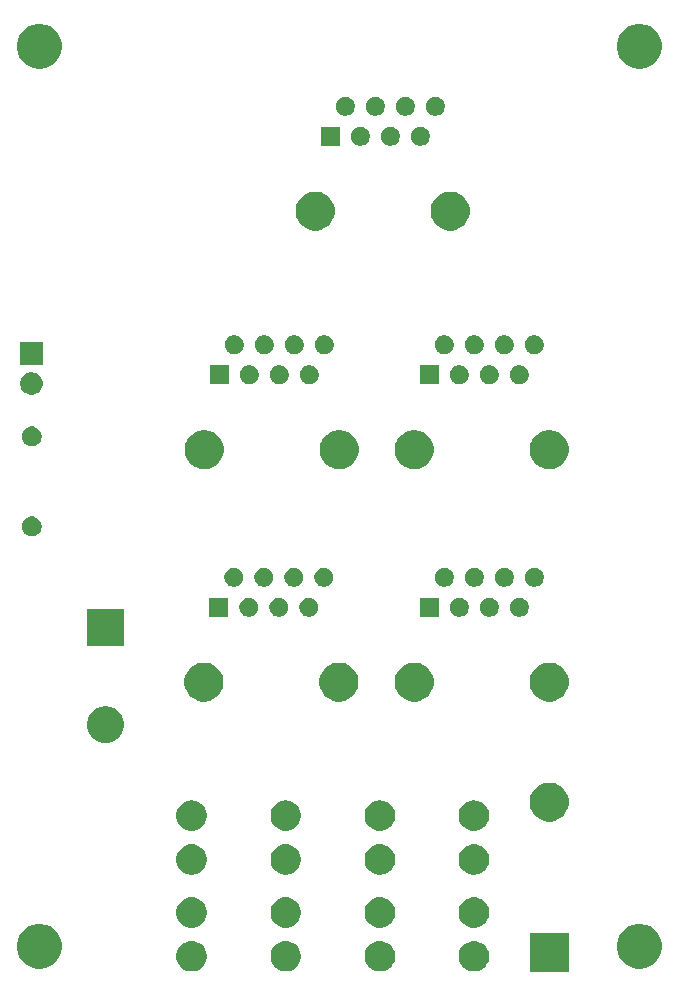
<source format=gbr>
G04 #@! TF.GenerationSoftware,KiCad,Pcbnew,(5.1.5)-3*
G04 #@! TF.CreationDate,2020-04-27T22:49:14-04:00*
G04 #@! TF.ProjectId,Pwr_Diff_Breakout,5077725f-4469-4666-965f-427265616b6f,v1*
G04 #@! TF.SameCoordinates,Original*
G04 #@! TF.FileFunction,Soldermask,Top*
G04 #@! TF.FilePolarity,Negative*
%FSLAX46Y46*%
G04 Gerber Fmt 4.6, Leading zero omitted, Abs format (unit mm)*
G04 Created by KiCad (PCBNEW (5.1.5)-3) date 2020-04-27 22:49:14*
%MOMM*%
%LPD*%
G04 APERTURE LIST*
%ADD10C,0.100000*%
G04 APERTURE END LIST*
D10*
G36*
X121522000Y-151578800D02*
G01*
X118220000Y-151578800D01*
X118220000Y-148276800D01*
X121522000Y-148276800D01*
X121522000Y-151578800D01*
G37*
G36*
X113710885Y-148995805D02*
G01*
X113876842Y-149028816D01*
X114111334Y-149125946D01*
X114322371Y-149266956D01*
X114501844Y-149446429D01*
X114642854Y-149657466D01*
X114739984Y-149891958D01*
X114789500Y-150140894D01*
X114789500Y-150394706D01*
X114739984Y-150643642D01*
X114642854Y-150878134D01*
X114501844Y-151089171D01*
X114322371Y-151268644D01*
X114111334Y-151409654D01*
X113876842Y-151506784D01*
X113710885Y-151539795D01*
X113627907Y-151556300D01*
X113374093Y-151556300D01*
X113291115Y-151539795D01*
X113125158Y-151506784D01*
X112890666Y-151409654D01*
X112679629Y-151268644D01*
X112500156Y-151089171D01*
X112359146Y-150878134D01*
X112262016Y-150643642D01*
X112212500Y-150394706D01*
X112212500Y-150140894D01*
X112262016Y-149891958D01*
X112359146Y-149657466D01*
X112500156Y-149446429D01*
X112679629Y-149266956D01*
X112890666Y-149125946D01*
X113125158Y-149028816D01*
X113291115Y-148995805D01*
X113374093Y-148979300D01*
X113627907Y-148979300D01*
X113710885Y-148995805D01*
G37*
G36*
X105744217Y-148995805D02*
G01*
X105910174Y-149028816D01*
X106144666Y-149125946D01*
X106355703Y-149266956D01*
X106535176Y-149446429D01*
X106676186Y-149657466D01*
X106773316Y-149891958D01*
X106822832Y-150140894D01*
X106822832Y-150394706D01*
X106773316Y-150643642D01*
X106676186Y-150878134D01*
X106535176Y-151089171D01*
X106355703Y-151268644D01*
X106144666Y-151409654D01*
X105910174Y-151506784D01*
X105744217Y-151539795D01*
X105661239Y-151556300D01*
X105407425Y-151556300D01*
X105324447Y-151539795D01*
X105158490Y-151506784D01*
X104923998Y-151409654D01*
X104712961Y-151268644D01*
X104533488Y-151089171D01*
X104392478Y-150878134D01*
X104295348Y-150643642D01*
X104245832Y-150394706D01*
X104245832Y-150140894D01*
X104295348Y-149891958D01*
X104392478Y-149657466D01*
X104533488Y-149446429D01*
X104712961Y-149266956D01*
X104923998Y-149125946D01*
X105158490Y-149028816D01*
X105324447Y-148995805D01*
X105407425Y-148979300D01*
X105661239Y-148979300D01*
X105744217Y-148995805D01*
G37*
G36*
X97777551Y-148995805D02*
G01*
X97943508Y-149028816D01*
X98178000Y-149125946D01*
X98389037Y-149266956D01*
X98568510Y-149446429D01*
X98709520Y-149657466D01*
X98806650Y-149891958D01*
X98856166Y-150140894D01*
X98856166Y-150394706D01*
X98806650Y-150643642D01*
X98709520Y-150878134D01*
X98568510Y-151089171D01*
X98389037Y-151268644D01*
X98178000Y-151409654D01*
X97943508Y-151506784D01*
X97777551Y-151539795D01*
X97694573Y-151556300D01*
X97440759Y-151556300D01*
X97357781Y-151539795D01*
X97191824Y-151506784D01*
X96957332Y-151409654D01*
X96746295Y-151268644D01*
X96566822Y-151089171D01*
X96425812Y-150878134D01*
X96328682Y-150643642D01*
X96279166Y-150394706D01*
X96279166Y-150140894D01*
X96328682Y-149891958D01*
X96425812Y-149657466D01*
X96566822Y-149446429D01*
X96746295Y-149266956D01*
X96957332Y-149125946D01*
X97191824Y-149028816D01*
X97357781Y-148995805D01*
X97440759Y-148979300D01*
X97694573Y-148979300D01*
X97777551Y-148995805D01*
G37*
G36*
X89810885Y-148995805D02*
G01*
X89976842Y-149028816D01*
X90211334Y-149125946D01*
X90422371Y-149266956D01*
X90601844Y-149446429D01*
X90742854Y-149657466D01*
X90839984Y-149891958D01*
X90889500Y-150140894D01*
X90889500Y-150394706D01*
X90839984Y-150643642D01*
X90742854Y-150878134D01*
X90601844Y-151089171D01*
X90422371Y-151268644D01*
X90211334Y-151409654D01*
X89976842Y-151506784D01*
X89810885Y-151539795D01*
X89727907Y-151556300D01*
X89474093Y-151556300D01*
X89391115Y-151539795D01*
X89225158Y-151506784D01*
X88990666Y-151409654D01*
X88779629Y-151268644D01*
X88600156Y-151089171D01*
X88459146Y-150878134D01*
X88362016Y-150643642D01*
X88312500Y-150394706D01*
X88312500Y-150140894D01*
X88362016Y-149891958D01*
X88459146Y-149657466D01*
X88600156Y-149446429D01*
X88779629Y-149266956D01*
X88990666Y-149125946D01*
X89225158Y-149028816D01*
X89391115Y-148995805D01*
X89474093Y-148979300D01*
X89727907Y-148979300D01*
X89810885Y-148995805D01*
G37*
G36*
X128045501Y-147591854D02*
G01*
X128391461Y-147735156D01*
X128702817Y-147943197D01*
X128967603Y-148207983D01*
X129175644Y-148519339D01*
X129318946Y-148865299D01*
X129392000Y-149232568D01*
X129392000Y-149607032D01*
X129318946Y-149974301D01*
X129175644Y-150320261D01*
X128967603Y-150631617D01*
X128702817Y-150896403D01*
X128391461Y-151104444D01*
X128045501Y-151247746D01*
X127940444Y-151268643D01*
X127678233Y-151320800D01*
X127303767Y-151320800D01*
X127041556Y-151268643D01*
X126936499Y-151247746D01*
X126590539Y-151104444D01*
X126279183Y-150896403D01*
X126014397Y-150631617D01*
X125806356Y-150320261D01*
X125663054Y-149974301D01*
X125590000Y-149607032D01*
X125590000Y-149232568D01*
X125663054Y-148865299D01*
X125806356Y-148519339D01*
X126014397Y-148207983D01*
X126279183Y-147943197D01*
X126590539Y-147735156D01*
X126936499Y-147591854D01*
X127303767Y-147518800D01*
X127678233Y-147518800D01*
X128045501Y-147591854D01*
G37*
G36*
X77245501Y-147591854D02*
G01*
X77591461Y-147735156D01*
X77902817Y-147943197D01*
X78167603Y-148207983D01*
X78375644Y-148519339D01*
X78518946Y-148865299D01*
X78592000Y-149232568D01*
X78592000Y-149607032D01*
X78518946Y-149974301D01*
X78375644Y-150320261D01*
X78167603Y-150631617D01*
X77902817Y-150896403D01*
X77591461Y-151104444D01*
X77245501Y-151247746D01*
X77140444Y-151268643D01*
X76878233Y-151320800D01*
X76503767Y-151320800D01*
X76241556Y-151268643D01*
X76136499Y-151247746D01*
X75790539Y-151104444D01*
X75479183Y-150896403D01*
X75214397Y-150631617D01*
X75006356Y-150320261D01*
X74863054Y-149974301D01*
X74790000Y-149607032D01*
X74790000Y-149232568D01*
X74863054Y-148865299D01*
X75006356Y-148519339D01*
X75214397Y-148207983D01*
X75479183Y-147943197D01*
X75790539Y-147735156D01*
X76136499Y-147591854D01*
X76503767Y-147518800D01*
X76878233Y-147518800D01*
X77245501Y-147591854D01*
G37*
G36*
X105744217Y-145295805D02*
G01*
X105910174Y-145328816D01*
X106144666Y-145425946D01*
X106355703Y-145566956D01*
X106535176Y-145746429D01*
X106676186Y-145957466D01*
X106773316Y-146191958D01*
X106822832Y-146440894D01*
X106822832Y-146694706D01*
X106773316Y-146943642D01*
X106676186Y-147178134D01*
X106535176Y-147389171D01*
X106355703Y-147568644D01*
X106144666Y-147709654D01*
X105910174Y-147806784D01*
X105744217Y-147839795D01*
X105661239Y-147856300D01*
X105407425Y-147856300D01*
X105324447Y-147839795D01*
X105158490Y-147806784D01*
X104923998Y-147709654D01*
X104712961Y-147568644D01*
X104533488Y-147389171D01*
X104392478Y-147178134D01*
X104295348Y-146943642D01*
X104245832Y-146694706D01*
X104245832Y-146440894D01*
X104295348Y-146191958D01*
X104392478Y-145957466D01*
X104533488Y-145746429D01*
X104712961Y-145566956D01*
X104923998Y-145425946D01*
X105158490Y-145328816D01*
X105324447Y-145295805D01*
X105407425Y-145279300D01*
X105661239Y-145279300D01*
X105744217Y-145295805D01*
G37*
G36*
X97777551Y-145295805D02*
G01*
X97943508Y-145328816D01*
X98178000Y-145425946D01*
X98389037Y-145566956D01*
X98568510Y-145746429D01*
X98709520Y-145957466D01*
X98806650Y-146191958D01*
X98856166Y-146440894D01*
X98856166Y-146694706D01*
X98806650Y-146943642D01*
X98709520Y-147178134D01*
X98568510Y-147389171D01*
X98389037Y-147568644D01*
X98178000Y-147709654D01*
X97943508Y-147806784D01*
X97777551Y-147839795D01*
X97694573Y-147856300D01*
X97440759Y-147856300D01*
X97357781Y-147839795D01*
X97191824Y-147806784D01*
X96957332Y-147709654D01*
X96746295Y-147568644D01*
X96566822Y-147389171D01*
X96425812Y-147178134D01*
X96328682Y-146943642D01*
X96279166Y-146694706D01*
X96279166Y-146440894D01*
X96328682Y-146191958D01*
X96425812Y-145957466D01*
X96566822Y-145746429D01*
X96746295Y-145566956D01*
X96957332Y-145425946D01*
X97191824Y-145328816D01*
X97357781Y-145295805D01*
X97440759Y-145279300D01*
X97694573Y-145279300D01*
X97777551Y-145295805D01*
G37*
G36*
X89810885Y-145295805D02*
G01*
X89976842Y-145328816D01*
X90211334Y-145425946D01*
X90422371Y-145566956D01*
X90601844Y-145746429D01*
X90742854Y-145957466D01*
X90839984Y-146191958D01*
X90889500Y-146440894D01*
X90889500Y-146694706D01*
X90839984Y-146943642D01*
X90742854Y-147178134D01*
X90601844Y-147389171D01*
X90422371Y-147568644D01*
X90211334Y-147709654D01*
X89976842Y-147806784D01*
X89810885Y-147839795D01*
X89727907Y-147856300D01*
X89474093Y-147856300D01*
X89391115Y-147839795D01*
X89225158Y-147806784D01*
X88990666Y-147709654D01*
X88779629Y-147568644D01*
X88600156Y-147389171D01*
X88459146Y-147178134D01*
X88362016Y-146943642D01*
X88312500Y-146694706D01*
X88312500Y-146440894D01*
X88362016Y-146191958D01*
X88459146Y-145957466D01*
X88600156Y-145746429D01*
X88779629Y-145566956D01*
X88990666Y-145425946D01*
X89225158Y-145328816D01*
X89391115Y-145295805D01*
X89474093Y-145279300D01*
X89727907Y-145279300D01*
X89810885Y-145295805D01*
G37*
G36*
X113710885Y-145295805D02*
G01*
X113876842Y-145328816D01*
X114111334Y-145425946D01*
X114322371Y-145566956D01*
X114501844Y-145746429D01*
X114642854Y-145957466D01*
X114739984Y-146191958D01*
X114789500Y-146440894D01*
X114789500Y-146694706D01*
X114739984Y-146943642D01*
X114642854Y-147178134D01*
X114501844Y-147389171D01*
X114322371Y-147568644D01*
X114111334Y-147709654D01*
X113876842Y-147806784D01*
X113710885Y-147839795D01*
X113627907Y-147856300D01*
X113374093Y-147856300D01*
X113291115Y-147839795D01*
X113125158Y-147806784D01*
X112890666Y-147709654D01*
X112679629Y-147568644D01*
X112500156Y-147389171D01*
X112359146Y-147178134D01*
X112262016Y-146943642D01*
X112212500Y-146694706D01*
X112212500Y-146440894D01*
X112262016Y-146191958D01*
X112359146Y-145957466D01*
X112500156Y-145746429D01*
X112679629Y-145566956D01*
X112890666Y-145425946D01*
X113125158Y-145328816D01*
X113291115Y-145295805D01*
X113374093Y-145279300D01*
X113627907Y-145279300D01*
X113710885Y-145295805D01*
G37*
G36*
X97777551Y-140795805D02*
G01*
X97943508Y-140828816D01*
X98178000Y-140925946D01*
X98389037Y-141066956D01*
X98568510Y-141246429D01*
X98709520Y-141457466D01*
X98806650Y-141691958D01*
X98856166Y-141940894D01*
X98856166Y-142194706D01*
X98806650Y-142443642D01*
X98709520Y-142678134D01*
X98568510Y-142889171D01*
X98389037Y-143068644D01*
X98178000Y-143209654D01*
X97943508Y-143306784D01*
X97777551Y-143339795D01*
X97694573Y-143356300D01*
X97440759Y-143356300D01*
X97357781Y-143339795D01*
X97191824Y-143306784D01*
X96957332Y-143209654D01*
X96746295Y-143068644D01*
X96566822Y-142889171D01*
X96425812Y-142678134D01*
X96328682Y-142443642D01*
X96279166Y-142194706D01*
X96279166Y-141940894D01*
X96328682Y-141691958D01*
X96425812Y-141457466D01*
X96566822Y-141246429D01*
X96746295Y-141066956D01*
X96957332Y-140925946D01*
X97191824Y-140828816D01*
X97357781Y-140795805D01*
X97440759Y-140779300D01*
X97694573Y-140779300D01*
X97777551Y-140795805D01*
G37*
G36*
X89810885Y-140795805D02*
G01*
X89976842Y-140828816D01*
X90211334Y-140925946D01*
X90422371Y-141066956D01*
X90601844Y-141246429D01*
X90742854Y-141457466D01*
X90839984Y-141691958D01*
X90889500Y-141940894D01*
X90889500Y-142194706D01*
X90839984Y-142443642D01*
X90742854Y-142678134D01*
X90601844Y-142889171D01*
X90422371Y-143068644D01*
X90211334Y-143209654D01*
X89976842Y-143306784D01*
X89810885Y-143339795D01*
X89727907Y-143356300D01*
X89474093Y-143356300D01*
X89391115Y-143339795D01*
X89225158Y-143306784D01*
X88990666Y-143209654D01*
X88779629Y-143068644D01*
X88600156Y-142889171D01*
X88459146Y-142678134D01*
X88362016Y-142443642D01*
X88312500Y-142194706D01*
X88312500Y-141940894D01*
X88362016Y-141691958D01*
X88459146Y-141457466D01*
X88600156Y-141246429D01*
X88779629Y-141066956D01*
X88990666Y-140925946D01*
X89225158Y-140828816D01*
X89391115Y-140795805D01*
X89474093Y-140779300D01*
X89727907Y-140779300D01*
X89810885Y-140795805D01*
G37*
G36*
X105744217Y-140795805D02*
G01*
X105910174Y-140828816D01*
X106144666Y-140925946D01*
X106355703Y-141066956D01*
X106535176Y-141246429D01*
X106676186Y-141457466D01*
X106773316Y-141691958D01*
X106822832Y-141940894D01*
X106822832Y-142194706D01*
X106773316Y-142443642D01*
X106676186Y-142678134D01*
X106535176Y-142889171D01*
X106355703Y-143068644D01*
X106144666Y-143209654D01*
X105910174Y-143306784D01*
X105744217Y-143339795D01*
X105661239Y-143356300D01*
X105407425Y-143356300D01*
X105324447Y-143339795D01*
X105158490Y-143306784D01*
X104923998Y-143209654D01*
X104712961Y-143068644D01*
X104533488Y-142889171D01*
X104392478Y-142678134D01*
X104295348Y-142443642D01*
X104245832Y-142194706D01*
X104245832Y-141940894D01*
X104295348Y-141691958D01*
X104392478Y-141457466D01*
X104533488Y-141246429D01*
X104712961Y-141066956D01*
X104923998Y-140925946D01*
X105158490Y-140828816D01*
X105324447Y-140795805D01*
X105407425Y-140779300D01*
X105661239Y-140779300D01*
X105744217Y-140795805D01*
G37*
G36*
X113710885Y-140795805D02*
G01*
X113876842Y-140828816D01*
X114111334Y-140925946D01*
X114322371Y-141066956D01*
X114501844Y-141246429D01*
X114642854Y-141457466D01*
X114739984Y-141691958D01*
X114789500Y-141940894D01*
X114789500Y-142194706D01*
X114739984Y-142443642D01*
X114642854Y-142678134D01*
X114501844Y-142889171D01*
X114322371Y-143068644D01*
X114111334Y-143209654D01*
X113876842Y-143306784D01*
X113710885Y-143339795D01*
X113627907Y-143356300D01*
X113374093Y-143356300D01*
X113291115Y-143339795D01*
X113125158Y-143306784D01*
X112890666Y-143209654D01*
X112679629Y-143068644D01*
X112500156Y-142889171D01*
X112359146Y-142678134D01*
X112262016Y-142443642D01*
X112212500Y-142194706D01*
X112212500Y-141940894D01*
X112262016Y-141691958D01*
X112359146Y-141457466D01*
X112500156Y-141246429D01*
X112679629Y-141066956D01*
X112890666Y-140925946D01*
X113125158Y-140828816D01*
X113291115Y-140795805D01*
X113374093Y-140779300D01*
X113627907Y-140779300D01*
X113710885Y-140795805D01*
G37*
G36*
X89810885Y-137095805D02*
G01*
X89976842Y-137128816D01*
X90211334Y-137225946D01*
X90422371Y-137366956D01*
X90601844Y-137546429D01*
X90742854Y-137757466D01*
X90839984Y-137991958D01*
X90889500Y-138240894D01*
X90889500Y-138494706D01*
X90839984Y-138743642D01*
X90742854Y-138978134D01*
X90601844Y-139189171D01*
X90422371Y-139368644D01*
X90211334Y-139509654D01*
X89976842Y-139606784D01*
X89810885Y-139639795D01*
X89727907Y-139656300D01*
X89474093Y-139656300D01*
X89391115Y-139639795D01*
X89225158Y-139606784D01*
X88990666Y-139509654D01*
X88779629Y-139368644D01*
X88600156Y-139189171D01*
X88459146Y-138978134D01*
X88362016Y-138743642D01*
X88312500Y-138494706D01*
X88312500Y-138240894D01*
X88362016Y-137991958D01*
X88459146Y-137757466D01*
X88600156Y-137546429D01*
X88779629Y-137366956D01*
X88990666Y-137225946D01*
X89225158Y-137128816D01*
X89391115Y-137095805D01*
X89474093Y-137079300D01*
X89727907Y-137079300D01*
X89810885Y-137095805D01*
G37*
G36*
X113710885Y-137095805D02*
G01*
X113876842Y-137128816D01*
X114111334Y-137225946D01*
X114322371Y-137366956D01*
X114501844Y-137546429D01*
X114642854Y-137757466D01*
X114739984Y-137991958D01*
X114789500Y-138240894D01*
X114789500Y-138494706D01*
X114739984Y-138743642D01*
X114642854Y-138978134D01*
X114501844Y-139189171D01*
X114322371Y-139368644D01*
X114111334Y-139509654D01*
X113876842Y-139606784D01*
X113710885Y-139639795D01*
X113627907Y-139656300D01*
X113374093Y-139656300D01*
X113291115Y-139639795D01*
X113125158Y-139606784D01*
X112890666Y-139509654D01*
X112679629Y-139368644D01*
X112500156Y-139189171D01*
X112359146Y-138978134D01*
X112262016Y-138743642D01*
X112212500Y-138494706D01*
X112212500Y-138240894D01*
X112262016Y-137991958D01*
X112359146Y-137757466D01*
X112500156Y-137546429D01*
X112679629Y-137366956D01*
X112890666Y-137225946D01*
X113125158Y-137128816D01*
X113291115Y-137095805D01*
X113374093Y-137079300D01*
X113627907Y-137079300D01*
X113710885Y-137095805D01*
G37*
G36*
X97777551Y-137095805D02*
G01*
X97943508Y-137128816D01*
X98178000Y-137225946D01*
X98389037Y-137366956D01*
X98568510Y-137546429D01*
X98709520Y-137757466D01*
X98806650Y-137991958D01*
X98856166Y-138240894D01*
X98856166Y-138494706D01*
X98806650Y-138743642D01*
X98709520Y-138978134D01*
X98568510Y-139189171D01*
X98389037Y-139368644D01*
X98178000Y-139509654D01*
X97943508Y-139606784D01*
X97777551Y-139639795D01*
X97694573Y-139656300D01*
X97440759Y-139656300D01*
X97357781Y-139639795D01*
X97191824Y-139606784D01*
X96957332Y-139509654D01*
X96746295Y-139368644D01*
X96566822Y-139189171D01*
X96425812Y-138978134D01*
X96328682Y-138743642D01*
X96279166Y-138494706D01*
X96279166Y-138240894D01*
X96328682Y-137991958D01*
X96425812Y-137757466D01*
X96566822Y-137546429D01*
X96746295Y-137366956D01*
X96957332Y-137225946D01*
X97191824Y-137128816D01*
X97357781Y-137095805D01*
X97440759Y-137079300D01*
X97694573Y-137079300D01*
X97777551Y-137095805D01*
G37*
G36*
X105744217Y-137095805D02*
G01*
X105910174Y-137128816D01*
X106144666Y-137225946D01*
X106355703Y-137366956D01*
X106535176Y-137546429D01*
X106676186Y-137757466D01*
X106773316Y-137991958D01*
X106822832Y-138240894D01*
X106822832Y-138494706D01*
X106773316Y-138743642D01*
X106676186Y-138978134D01*
X106535176Y-139189171D01*
X106355703Y-139368644D01*
X106144666Y-139509654D01*
X105910174Y-139606784D01*
X105744217Y-139639795D01*
X105661239Y-139656300D01*
X105407425Y-139656300D01*
X105324447Y-139639795D01*
X105158490Y-139606784D01*
X104923998Y-139509654D01*
X104712961Y-139368644D01*
X104533488Y-139189171D01*
X104392478Y-138978134D01*
X104295348Y-138743642D01*
X104245832Y-138494706D01*
X104245832Y-138240894D01*
X104295348Y-137991958D01*
X104392478Y-137757466D01*
X104533488Y-137546429D01*
X104712961Y-137366956D01*
X104923998Y-137225946D01*
X105158490Y-137128816D01*
X105324447Y-137095805D01*
X105407425Y-137079300D01*
X105661239Y-137079300D01*
X105744217Y-137095805D01*
G37*
G36*
X120246256Y-135619098D02*
G01*
X120352579Y-135640247D01*
X120653042Y-135764703D01*
X120923451Y-135945385D01*
X121153415Y-136175349D01*
X121334097Y-136445758D01*
X121458553Y-136746221D01*
X121522000Y-137065191D01*
X121522000Y-137390409D01*
X121458553Y-137709379D01*
X121334097Y-138009842D01*
X121153415Y-138280251D01*
X120923451Y-138510215D01*
X120653042Y-138690897D01*
X120352579Y-138815353D01*
X120246256Y-138836502D01*
X120033611Y-138878800D01*
X119708389Y-138878800D01*
X119495744Y-138836502D01*
X119389421Y-138815353D01*
X119088958Y-138690897D01*
X118818549Y-138510215D01*
X118588585Y-138280251D01*
X118407903Y-138009842D01*
X118283447Y-137709379D01*
X118220000Y-137390409D01*
X118220000Y-137065191D01*
X118283447Y-136746221D01*
X118407903Y-136445758D01*
X118588585Y-136175349D01*
X118818549Y-135945385D01*
X119088958Y-135764703D01*
X119389421Y-135640247D01*
X119495744Y-135619098D01*
X119708389Y-135576800D01*
X120033611Y-135576800D01*
X120246256Y-135619098D01*
G37*
G36*
X82589785Y-129148562D02*
G01*
X82739610Y-129178364D01*
X83021874Y-129295281D01*
X83275905Y-129465019D01*
X83491941Y-129681055D01*
X83661679Y-129935086D01*
X83778596Y-130217350D01*
X83838200Y-130517000D01*
X83838200Y-130822520D01*
X83778596Y-131122170D01*
X83661679Y-131404434D01*
X83491941Y-131658465D01*
X83275905Y-131874501D01*
X83021874Y-132044239D01*
X82739610Y-132161156D01*
X82589785Y-132190958D01*
X82439961Y-132220760D01*
X82134439Y-132220760D01*
X81984615Y-132190958D01*
X81834790Y-132161156D01*
X81552526Y-132044239D01*
X81298495Y-131874501D01*
X81082459Y-131658465D01*
X80912721Y-131404434D01*
X80795804Y-131122170D01*
X80736200Y-130822520D01*
X80736200Y-130517000D01*
X80795804Y-130217350D01*
X80912721Y-129935086D01*
X81082459Y-129681055D01*
X81298495Y-129465019D01*
X81552526Y-129295281D01*
X81834790Y-129178364D01*
X81984615Y-129148562D01*
X82134439Y-129118760D01*
X82439961Y-129118760D01*
X82589785Y-129148562D01*
G37*
G36*
X120246256Y-125459098D02*
G01*
X120352579Y-125480247D01*
X120653042Y-125604703D01*
X120923451Y-125785385D01*
X121153415Y-126015349D01*
X121334097Y-126285758D01*
X121458553Y-126586221D01*
X121522000Y-126905191D01*
X121522000Y-127230409D01*
X121458553Y-127549379D01*
X121334097Y-127849842D01*
X121153415Y-128120251D01*
X120923451Y-128350215D01*
X120653042Y-128530897D01*
X120352579Y-128655353D01*
X120246256Y-128676502D01*
X120033611Y-128718800D01*
X119708389Y-128718800D01*
X119495744Y-128676502D01*
X119389421Y-128655353D01*
X119088958Y-128530897D01*
X118818549Y-128350215D01*
X118588585Y-128120251D01*
X118407903Y-127849842D01*
X118283447Y-127549379D01*
X118220000Y-127230409D01*
X118220000Y-126905191D01*
X118283447Y-126586221D01*
X118407903Y-126285758D01*
X118588585Y-126015349D01*
X118818549Y-125785385D01*
X119088958Y-125604703D01*
X119389421Y-125480247D01*
X119495744Y-125459098D01*
X119708389Y-125416800D01*
X120033611Y-125416800D01*
X120246256Y-125459098D01*
G37*
G36*
X108816256Y-125459098D02*
G01*
X108922579Y-125480247D01*
X109223042Y-125604703D01*
X109493451Y-125785385D01*
X109723415Y-126015349D01*
X109904097Y-126285758D01*
X110028553Y-126586221D01*
X110092000Y-126905191D01*
X110092000Y-127230409D01*
X110028553Y-127549379D01*
X109904097Y-127849842D01*
X109723415Y-128120251D01*
X109493451Y-128350215D01*
X109223042Y-128530897D01*
X108922579Y-128655353D01*
X108816256Y-128676502D01*
X108603611Y-128718800D01*
X108278389Y-128718800D01*
X108065744Y-128676502D01*
X107959421Y-128655353D01*
X107658958Y-128530897D01*
X107388549Y-128350215D01*
X107158585Y-128120251D01*
X106977903Y-127849842D01*
X106853447Y-127549379D01*
X106790000Y-127230409D01*
X106790000Y-126905191D01*
X106853447Y-126586221D01*
X106977903Y-126285758D01*
X107158585Y-126015349D01*
X107388549Y-125785385D01*
X107658958Y-125604703D01*
X107959421Y-125480247D01*
X108065744Y-125459098D01*
X108278389Y-125416800D01*
X108603611Y-125416800D01*
X108816256Y-125459098D01*
G37*
G36*
X102436256Y-125459098D02*
G01*
X102542579Y-125480247D01*
X102843042Y-125604703D01*
X103113451Y-125785385D01*
X103343415Y-126015349D01*
X103524097Y-126285758D01*
X103648553Y-126586221D01*
X103712000Y-126905191D01*
X103712000Y-127230409D01*
X103648553Y-127549379D01*
X103524097Y-127849842D01*
X103343415Y-128120251D01*
X103113451Y-128350215D01*
X102843042Y-128530897D01*
X102542579Y-128655353D01*
X102436256Y-128676502D01*
X102223611Y-128718800D01*
X101898389Y-128718800D01*
X101685744Y-128676502D01*
X101579421Y-128655353D01*
X101278958Y-128530897D01*
X101008549Y-128350215D01*
X100778585Y-128120251D01*
X100597903Y-127849842D01*
X100473447Y-127549379D01*
X100410000Y-127230409D01*
X100410000Y-126905191D01*
X100473447Y-126586221D01*
X100597903Y-126285758D01*
X100778585Y-126015349D01*
X101008549Y-125785385D01*
X101278958Y-125604703D01*
X101579421Y-125480247D01*
X101685744Y-125459098D01*
X101898389Y-125416800D01*
X102223611Y-125416800D01*
X102436256Y-125459098D01*
G37*
G36*
X91006256Y-125459098D02*
G01*
X91112579Y-125480247D01*
X91413042Y-125604703D01*
X91683451Y-125785385D01*
X91913415Y-126015349D01*
X92094097Y-126285758D01*
X92218553Y-126586221D01*
X92282000Y-126905191D01*
X92282000Y-127230409D01*
X92218553Y-127549379D01*
X92094097Y-127849842D01*
X91913415Y-128120251D01*
X91683451Y-128350215D01*
X91413042Y-128530897D01*
X91112579Y-128655353D01*
X91006256Y-128676502D01*
X90793611Y-128718800D01*
X90468389Y-128718800D01*
X90255744Y-128676502D01*
X90149421Y-128655353D01*
X89848958Y-128530897D01*
X89578549Y-128350215D01*
X89348585Y-128120251D01*
X89167903Y-127849842D01*
X89043447Y-127549379D01*
X88980000Y-127230409D01*
X88980000Y-126905191D01*
X89043447Y-126586221D01*
X89167903Y-126285758D01*
X89348585Y-126015349D01*
X89578549Y-125785385D01*
X89848958Y-125604703D01*
X90149421Y-125480247D01*
X90255744Y-125459098D01*
X90468389Y-125416800D01*
X90793611Y-125416800D01*
X91006256Y-125459098D01*
G37*
G36*
X83838200Y-123970840D02*
G01*
X80736200Y-123970840D01*
X80736200Y-120868840D01*
X83838200Y-120868840D01*
X83838200Y-123970840D01*
G37*
G36*
X94674642Y-119947581D02*
G01*
X94820414Y-120007962D01*
X94820416Y-120007963D01*
X94951608Y-120095622D01*
X95063178Y-120207192D01*
X95150837Y-120338384D01*
X95150838Y-120338386D01*
X95211219Y-120484158D01*
X95242000Y-120638907D01*
X95242000Y-120796693D01*
X95211219Y-120951442D01*
X95150838Y-121097214D01*
X95150837Y-121097216D01*
X95063178Y-121228408D01*
X94951608Y-121339978D01*
X94820416Y-121427637D01*
X94820415Y-121427638D01*
X94820414Y-121427638D01*
X94674642Y-121488019D01*
X94519893Y-121518800D01*
X94362107Y-121518800D01*
X94207358Y-121488019D01*
X94061586Y-121427638D01*
X94061585Y-121427638D01*
X94061584Y-121427637D01*
X93930392Y-121339978D01*
X93818822Y-121228408D01*
X93731163Y-121097216D01*
X93731162Y-121097214D01*
X93670781Y-120951442D01*
X93640000Y-120796693D01*
X93640000Y-120638907D01*
X93670781Y-120484158D01*
X93731162Y-120338386D01*
X93731163Y-120338384D01*
X93818822Y-120207192D01*
X93930392Y-120095622D01*
X94061584Y-120007963D01*
X94061586Y-120007962D01*
X94207358Y-119947581D01*
X94362107Y-119916800D01*
X94519893Y-119916800D01*
X94674642Y-119947581D01*
G37*
G36*
X110512000Y-121518800D02*
G01*
X108910000Y-121518800D01*
X108910000Y-119916800D01*
X110512000Y-119916800D01*
X110512000Y-121518800D01*
G37*
G36*
X112484642Y-119947581D02*
G01*
X112630414Y-120007962D01*
X112630416Y-120007963D01*
X112761608Y-120095622D01*
X112873178Y-120207192D01*
X112960837Y-120338384D01*
X112960838Y-120338386D01*
X113021219Y-120484158D01*
X113052000Y-120638907D01*
X113052000Y-120796693D01*
X113021219Y-120951442D01*
X112960838Y-121097214D01*
X112960837Y-121097216D01*
X112873178Y-121228408D01*
X112761608Y-121339978D01*
X112630416Y-121427637D01*
X112630415Y-121427638D01*
X112630414Y-121427638D01*
X112484642Y-121488019D01*
X112329893Y-121518800D01*
X112172107Y-121518800D01*
X112017358Y-121488019D01*
X111871586Y-121427638D01*
X111871585Y-121427638D01*
X111871584Y-121427637D01*
X111740392Y-121339978D01*
X111628822Y-121228408D01*
X111541163Y-121097216D01*
X111541162Y-121097214D01*
X111480781Y-120951442D01*
X111450000Y-120796693D01*
X111450000Y-120638907D01*
X111480781Y-120484158D01*
X111541162Y-120338386D01*
X111541163Y-120338384D01*
X111628822Y-120207192D01*
X111740392Y-120095622D01*
X111871584Y-120007963D01*
X111871586Y-120007962D01*
X112017358Y-119947581D01*
X112172107Y-119916800D01*
X112329893Y-119916800D01*
X112484642Y-119947581D01*
G37*
G36*
X99754642Y-119947581D02*
G01*
X99900414Y-120007962D01*
X99900416Y-120007963D01*
X100031608Y-120095622D01*
X100143178Y-120207192D01*
X100230837Y-120338384D01*
X100230838Y-120338386D01*
X100291219Y-120484158D01*
X100322000Y-120638907D01*
X100322000Y-120796693D01*
X100291219Y-120951442D01*
X100230838Y-121097214D01*
X100230837Y-121097216D01*
X100143178Y-121228408D01*
X100031608Y-121339978D01*
X99900416Y-121427637D01*
X99900415Y-121427638D01*
X99900414Y-121427638D01*
X99754642Y-121488019D01*
X99599893Y-121518800D01*
X99442107Y-121518800D01*
X99287358Y-121488019D01*
X99141586Y-121427638D01*
X99141585Y-121427638D01*
X99141584Y-121427637D01*
X99010392Y-121339978D01*
X98898822Y-121228408D01*
X98811163Y-121097216D01*
X98811162Y-121097214D01*
X98750781Y-120951442D01*
X98720000Y-120796693D01*
X98720000Y-120638907D01*
X98750781Y-120484158D01*
X98811162Y-120338386D01*
X98811163Y-120338384D01*
X98898822Y-120207192D01*
X99010392Y-120095622D01*
X99141584Y-120007963D01*
X99141586Y-120007962D01*
X99287358Y-119947581D01*
X99442107Y-119916800D01*
X99599893Y-119916800D01*
X99754642Y-119947581D01*
G37*
G36*
X97214642Y-119947581D02*
G01*
X97360414Y-120007962D01*
X97360416Y-120007963D01*
X97491608Y-120095622D01*
X97603178Y-120207192D01*
X97690837Y-120338384D01*
X97690838Y-120338386D01*
X97751219Y-120484158D01*
X97782000Y-120638907D01*
X97782000Y-120796693D01*
X97751219Y-120951442D01*
X97690838Y-121097214D01*
X97690837Y-121097216D01*
X97603178Y-121228408D01*
X97491608Y-121339978D01*
X97360416Y-121427637D01*
X97360415Y-121427638D01*
X97360414Y-121427638D01*
X97214642Y-121488019D01*
X97059893Y-121518800D01*
X96902107Y-121518800D01*
X96747358Y-121488019D01*
X96601586Y-121427638D01*
X96601585Y-121427638D01*
X96601584Y-121427637D01*
X96470392Y-121339978D01*
X96358822Y-121228408D01*
X96271163Y-121097216D01*
X96271162Y-121097214D01*
X96210781Y-120951442D01*
X96180000Y-120796693D01*
X96180000Y-120638907D01*
X96210781Y-120484158D01*
X96271162Y-120338386D01*
X96271163Y-120338384D01*
X96358822Y-120207192D01*
X96470392Y-120095622D01*
X96601584Y-120007963D01*
X96601586Y-120007962D01*
X96747358Y-119947581D01*
X96902107Y-119916800D01*
X97059893Y-119916800D01*
X97214642Y-119947581D01*
G37*
G36*
X92702000Y-121518800D02*
G01*
X91100000Y-121518800D01*
X91100000Y-119916800D01*
X92702000Y-119916800D01*
X92702000Y-121518800D01*
G37*
G36*
X115024642Y-119947581D02*
G01*
X115170414Y-120007962D01*
X115170416Y-120007963D01*
X115301608Y-120095622D01*
X115413178Y-120207192D01*
X115500837Y-120338384D01*
X115500838Y-120338386D01*
X115561219Y-120484158D01*
X115592000Y-120638907D01*
X115592000Y-120796693D01*
X115561219Y-120951442D01*
X115500838Y-121097214D01*
X115500837Y-121097216D01*
X115413178Y-121228408D01*
X115301608Y-121339978D01*
X115170416Y-121427637D01*
X115170415Y-121427638D01*
X115170414Y-121427638D01*
X115024642Y-121488019D01*
X114869893Y-121518800D01*
X114712107Y-121518800D01*
X114557358Y-121488019D01*
X114411586Y-121427638D01*
X114411585Y-121427638D01*
X114411584Y-121427637D01*
X114280392Y-121339978D01*
X114168822Y-121228408D01*
X114081163Y-121097216D01*
X114081162Y-121097214D01*
X114020781Y-120951442D01*
X113990000Y-120796693D01*
X113990000Y-120638907D01*
X114020781Y-120484158D01*
X114081162Y-120338386D01*
X114081163Y-120338384D01*
X114168822Y-120207192D01*
X114280392Y-120095622D01*
X114411584Y-120007963D01*
X114411586Y-120007962D01*
X114557358Y-119947581D01*
X114712107Y-119916800D01*
X114869893Y-119916800D01*
X115024642Y-119947581D01*
G37*
G36*
X117564642Y-119947581D02*
G01*
X117710414Y-120007962D01*
X117710416Y-120007963D01*
X117841608Y-120095622D01*
X117953178Y-120207192D01*
X118040837Y-120338384D01*
X118040838Y-120338386D01*
X118101219Y-120484158D01*
X118132000Y-120638907D01*
X118132000Y-120796693D01*
X118101219Y-120951442D01*
X118040838Y-121097214D01*
X118040837Y-121097216D01*
X117953178Y-121228408D01*
X117841608Y-121339978D01*
X117710416Y-121427637D01*
X117710415Y-121427638D01*
X117710414Y-121427638D01*
X117564642Y-121488019D01*
X117409893Y-121518800D01*
X117252107Y-121518800D01*
X117097358Y-121488019D01*
X116951586Y-121427638D01*
X116951585Y-121427638D01*
X116951584Y-121427637D01*
X116820392Y-121339978D01*
X116708822Y-121228408D01*
X116621163Y-121097216D01*
X116621162Y-121097214D01*
X116560781Y-120951442D01*
X116530000Y-120796693D01*
X116530000Y-120638907D01*
X116560781Y-120484158D01*
X116621162Y-120338386D01*
X116621163Y-120338384D01*
X116708822Y-120207192D01*
X116820392Y-120095622D01*
X116951584Y-120007963D01*
X116951586Y-120007962D01*
X117097358Y-119947581D01*
X117252107Y-119916800D01*
X117409893Y-119916800D01*
X117564642Y-119947581D01*
G37*
G36*
X118834642Y-117407581D02*
G01*
X118980414Y-117467962D01*
X118980416Y-117467963D01*
X119111608Y-117555622D01*
X119223178Y-117667192D01*
X119310837Y-117798384D01*
X119310838Y-117798386D01*
X119371219Y-117944158D01*
X119402000Y-118098907D01*
X119402000Y-118256693D01*
X119371219Y-118411442D01*
X119310838Y-118557214D01*
X119310837Y-118557216D01*
X119223178Y-118688408D01*
X119111608Y-118799978D01*
X118980416Y-118887637D01*
X118980415Y-118887638D01*
X118980414Y-118887638D01*
X118834642Y-118948019D01*
X118679893Y-118978800D01*
X118522107Y-118978800D01*
X118367358Y-118948019D01*
X118221586Y-118887638D01*
X118221585Y-118887638D01*
X118221584Y-118887637D01*
X118090392Y-118799978D01*
X117978822Y-118688408D01*
X117891163Y-118557216D01*
X117891162Y-118557214D01*
X117830781Y-118411442D01*
X117800000Y-118256693D01*
X117800000Y-118098907D01*
X117830781Y-117944158D01*
X117891162Y-117798386D01*
X117891163Y-117798384D01*
X117978822Y-117667192D01*
X118090392Y-117555622D01*
X118221584Y-117467963D01*
X118221586Y-117467962D01*
X118367358Y-117407581D01*
X118522107Y-117376800D01*
X118679893Y-117376800D01*
X118834642Y-117407581D01*
G37*
G36*
X101024642Y-117407581D02*
G01*
X101170414Y-117467962D01*
X101170416Y-117467963D01*
X101301608Y-117555622D01*
X101413178Y-117667192D01*
X101500837Y-117798384D01*
X101500838Y-117798386D01*
X101561219Y-117944158D01*
X101592000Y-118098907D01*
X101592000Y-118256693D01*
X101561219Y-118411442D01*
X101500838Y-118557214D01*
X101500837Y-118557216D01*
X101413178Y-118688408D01*
X101301608Y-118799978D01*
X101170416Y-118887637D01*
X101170415Y-118887638D01*
X101170414Y-118887638D01*
X101024642Y-118948019D01*
X100869893Y-118978800D01*
X100712107Y-118978800D01*
X100557358Y-118948019D01*
X100411586Y-118887638D01*
X100411585Y-118887638D01*
X100411584Y-118887637D01*
X100280392Y-118799978D01*
X100168822Y-118688408D01*
X100081163Y-118557216D01*
X100081162Y-118557214D01*
X100020781Y-118411442D01*
X99990000Y-118256693D01*
X99990000Y-118098907D01*
X100020781Y-117944158D01*
X100081162Y-117798386D01*
X100081163Y-117798384D01*
X100168822Y-117667192D01*
X100280392Y-117555622D01*
X100411584Y-117467963D01*
X100411586Y-117467962D01*
X100557358Y-117407581D01*
X100712107Y-117376800D01*
X100869893Y-117376800D01*
X101024642Y-117407581D01*
G37*
G36*
X98484642Y-117407581D02*
G01*
X98630414Y-117467962D01*
X98630416Y-117467963D01*
X98761608Y-117555622D01*
X98873178Y-117667192D01*
X98960837Y-117798384D01*
X98960838Y-117798386D01*
X99021219Y-117944158D01*
X99052000Y-118098907D01*
X99052000Y-118256693D01*
X99021219Y-118411442D01*
X98960838Y-118557214D01*
X98960837Y-118557216D01*
X98873178Y-118688408D01*
X98761608Y-118799978D01*
X98630416Y-118887637D01*
X98630415Y-118887638D01*
X98630414Y-118887638D01*
X98484642Y-118948019D01*
X98329893Y-118978800D01*
X98172107Y-118978800D01*
X98017358Y-118948019D01*
X97871586Y-118887638D01*
X97871585Y-118887638D01*
X97871584Y-118887637D01*
X97740392Y-118799978D01*
X97628822Y-118688408D01*
X97541163Y-118557216D01*
X97541162Y-118557214D01*
X97480781Y-118411442D01*
X97450000Y-118256693D01*
X97450000Y-118098907D01*
X97480781Y-117944158D01*
X97541162Y-117798386D01*
X97541163Y-117798384D01*
X97628822Y-117667192D01*
X97740392Y-117555622D01*
X97871584Y-117467963D01*
X97871586Y-117467962D01*
X98017358Y-117407581D01*
X98172107Y-117376800D01*
X98329893Y-117376800D01*
X98484642Y-117407581D01*
G37*
G36*
X111214642Y-117407581D02*
G01*
X111360414Y-117467962D01*
X111360416Y-117467963D01*
X111491608Y-117555622D01*
X111603178Y-117667192D01*
X111690837Y-117798384D01*
X111690838Y-117798386D01*
X111751219Y-117944158D01*
X111782000Y-118098907D01*
X111782000Y-118256693D01*
X111751219Y-118411442D01*
X111690838Y-118557214D01*
X111690837Y-118557216D01*
X111603178Y-118688408D01*
X111491608Y-118799978D01*
X111360416Y-118887637D01*
X111360415Y-118887638D01*
X111360414Y-118887638D01*
X111214642Y-118948019D01*
X111059893Y-118978800D01*
X110902107Y-118978800D01*
X110747358Y-118948019D01*
X110601586Y-118887638D01*
X110601585Y-118887638D01*
X110601584Y-118887637D01*
X110470392Y-118799978D01*
X110358822Y-118688408D01*
X110271163Y-118557216D01*
X110271162Y-118557214D01*
X110210781Y-118411442D01*
X110180000Y-118256693D01*
X110180000Y-118098907D01*
X110210781Y-117944158D01*
X110271162Y-117798386D01*
X110271163Y-117798384D01*
X110358822Y-117667192D01*
X110470392Y-117555622D01*
X110601584Y-117467963D01*
X110601586Y-117467962D01*
X110747358Y-117407581D01*
X110902107Y-117376800D01*
X111059893Y-117376800D01*
X111214642Y-117407581D01*
G37*
G36*
X113754642Y-117407581D02*
G01*
X113900414Y-117467962D01*
X113900416Y-117467963D01*
X114031608Y-117555622D01*
X114143178Y-117667192D01*
X114230837Y-117798384D01*
X114230838Y-117798386D01*
X114291219Y-117944158D01*
X114322000Y-118098907D01*
X114322000Y-118256693D01*
X114291219Y-118411442D01*
X114230838Y-118557214D01*
X114230837Y-118557216D01*
X114143178Y-118688408D01*
X114031608Y-118799978D01*
X113900416Y-118887637D01*
X113900415Y-118887638D01*
X113900414Y-118887638D01*
X113754642Y-118948019D01*
X113599893Y-118978800D01*
X113442107Y-118978800D01*
X113287358Y-118948019D01*
X113141586Y-118887638D01*
X113141585Y-118887638D01*
X113141584Y-118887637D01*
X113010392Y-118799978D01*
X112898822Y-118688408D01*
X112811163Y-118557216D01*
X112811162Y-118557214D01*
X112750781Y-118411442D01*
X112720000Y-118256693D01*
X112720000Y-118098907D01*
X112750781Y-117944158D01*
X112811162Y-117798386D01*
X112811163Y-117798384D01*
X112898822Y-117667192D01*
X113010392Y-117555622D01*
X113141584Y-117467963D01*
X113141586Y-117467962D01*
X113287358Y-117407581D01*
X113442107Y-117376800D01*
X113599893Y-117376800D01*
X113754642Y-117407581D01*
G37*
G36*
X116294642Y-117407581D02*
G01*
X116440414Y-117467962D01*
X116440416Y-117467963D01*
X116571608Y-117555622D01*
X116683178Y-117667192D01*
X116770837Y-117798384D01*
X116770838Y-117798386D01*
X116831219Y-117944158D01*
X116862000Y-118098907D01*
X116862000Y-118256693D01*
X116831219Y-118411442D01*
X116770838Y-118557214D01*
X116770837Y-118557216D01*
X116683178Y-118688408D01*
X116571608Y-118799978D01*
X116440416Y-118887637D01*
X116440415Y-118887638D01*
X116440414Y-118887638D01*
X116294642Y-118948019D01*
X116139893Y-118978800D01*
X115982107Y-118978800D01*
X115827358Y-118948019D01*
X115681586Y-118887638D01*
X115681585Y-118887638D01*
X115681584Y-118887637D01*
X115550392Y-118799978D01*
X115438822Y-118688408D01*
X115351163Y-118557216D01*
X115351162Y-118557214D01*
X115290781Y-118411442D01*
X115260000Y-118256693D01*
X115260000Y-118098907D01*
X115290781Y-117944158D01*
X115351162Y-117798386D01*
X115351163Y-117798384D01*
X115438822Y-117667192D01*
X115550392Y-117555622D01*
X115681584Y-117467963D01*
X115681586Y-117467962D01*
X115827358Y-117407581D01*
X115982107Y-117376800D01*
X116139893Y-117376800D01*
X116294642Y-117407581D01*
G37*
G36*
X93404642Y-117407581D02*
G01*
X93550414Y-117467962D01*
X93550416Y-117467963D01*
X93681608Y-117555622D01*
X93793178Y-117667192D01*
X93880837Y-117798384D01*
X93880838Y-117798386D01*
X93941219Y-117944158D01*
X93972000Y-118098907D01*
X93972000Y-118256693D01*
X93941219Y-118411442D01*
X93880838Y-118557214D01*
X93880837Y-118557216D01*
X93793178Y-118688408D01*
X93681608Y-118799978D01*
X93550416Y-118887637D01*
X93550415Y-118887638D01*
X93550414Y-118887638D01*
X93404642Y-118948019D01*
X93249893Y-118978800D01*
X93092107Y-118978800D01*
X92937358Y-118948019D01*
X92791586Y-118887638D01*
X92791585Y-118887638D01*
X92791584Y-118887637D01*
X92660392Y-118799978D01*
X92548822Y-118688408D01*
X92461163Y-118557216D01*
X92461162Y-118557214D01*
X92400781Y-118411442D01*
X92370000Y-118256693D01*
X92370000Y-118098907D01*
X92400781Y-117944158D01*
X92461162Y-117798386D01*
X92461163Y-117798384D01*
X92548822Y-117667192D01*
X92660392Y-117555622D01*
X92791584Y-117467963D01*
X92791586Y-117467962D01*
X92937358Y-117407581D01*
X93092107Y-117376800D01*
X93249893Y-117376800D01*
X93404642Y-117407581D01*
G37*
G36*
X95944642Y-117407581D02*
G01*
X96090414Y-117467962D01*
X96090416Y-117467963D01*
X96221608Y-117555622D01*
X96333178Y-117667192D01*
X96420837Y-117798384D01*
X96420838Y-117798386D01*
X96481219Y-117944158D01*
X96512000Y-118098907D01*
X96512000Y-118256693D01*
X96481219Y-118411442D01*
X96420838Y-118557214D01*
X96420837Y-118557216D01*
X96333178Y-118688408D01*
X96221608Y-118799978D01*
X96090416Y-118887637D01*
X96090415Y-118887638D01*
X96090414Y-118887638D01*
X95944642Y-118948019D01*
X95789893Y-118978800D01*
X95632107Y-118978800D01*
X95477358Y-118948019D01*
X95331586Y-118887638D01*
X95331585Y-118887638D01*
X95331584Y-118887637D01*
X95200392Y-118799978D01*
X95088822Y-118688408D01*
X95001163Y-118557216D01*
X95001162Y-118557214D01*
X94940781Y-118411442D01*
X94910000Y-118256693D01*
X94910000Y-118098907D01*
X94940781Y-117944158D01*
X95001162Y-117798386D01*
X95001163Y-117798384D01*
X95088822Y-117667192D01*
X95200392Y-117555622D01*
X95331584Y-117467963D01*
X95331586Y-117467962D01*
X95477358Y-117407581D01*
X95632107Y-117376800D01*
X95789893Y-117376800D01*
X95944642Y-117407581D01*
G37*
G36*
X76297228Y-113064503D02*
G01*
X76452100Y-113128653D01*
X76591481Y-113221785D01*
X76710015Y-113340319D01*
X76803147Y-113479700D01*
X76867297Y-113634572D01*
X76900000Y-113798984D01*
X76900000Y-113966616D01*
X76867297Y-114131028D01*
X76803147Y-114285900D01*
X76710015Y-114425281D01*
X76591481Y-114543815D01*
X76452100Y-114636947D01*
X76297228Y-114701097D01*
X76132816Y-114733800D01*
X75965184Y-114733800D01*
X75800772Y-114701097D01*
X75645900Y-114636947D01*
X75506519Y-114543815D01*
X75387985Y-114425281D01*
X75294853Y-114285900D01*
X75230703Y-114131028D01*
X75198000Y-113966616D01*
X75198000Y-113798984D01*
X75230703Y-113634572D01*
X75294853Y-113479700D01*
X75387985Y-113340319D01*
X75506519Y-113221785D01*
X75645900Y-113128653D01*
X75800772Y-113064503D01*
X75965184Y-113031800D01*
X76132816Y-113031800D01*
X76297228Y-113064503D01*
G37*
G36*
X120246256Y-105774098D02*
G01*
X120352579Y-105795247D01*
X120653042Y-105919703D01*
X120923451Y-106100385D01*
X121153415Y-106330349D01*
X121164284Y-106346616D01*
X121334098Y-106600760D01*
X121361080Y-106665900D01*
X121458553Y-106901221D01*
X121522000Y-107220191D01*
X121522000Y-107545409D01*
X121458553Y-107864379D01*
X121334097Y-108164842D01*
X121153415Y-108435251D01*
X120923451Y-108665215D01*
X120653042Y-108845897D01*
X120352579Y-108970353D01*
X120246256Y-108991502D01*
X120033611Y-109033800D01*
X119708389Y-109033800D01*
X119495744Y-108991502D01*
X119389421Y-108970353D01*
X119088958Y-108845897D01*
X118818549Y-108665215D01*
X118588585Y-108435251D01*
X118407903Y-108164842D01*
X118283447Y-107864379D01*
X118220000Y-107545409D01*
X118220000Y-107220191D01*
X118283447Y-106901221D01*
X118380920Y-106665900D01*
X118407902Y-106600760D01*
X118577716Y-106346616D01*
X118588585Y-106330349D01*
X118818549Y-106100385D01*
X119088958Y-105919703D01*
X119389421Y-105795247D01*
X119495744Y-105774098D01*
X119708389Y-105731800D01*
X120033611Y-105731800D01*
X120246256Y-105774098D01*
G37*
G36*
X102466256Y-105774098D02*
G01*
X102572579Y-105795247D01*
X102873042Y-105919703D01*
X103143451Y-106100385D01*
X103373415Y-106330349D01*
X103384284Y-106346616D01*
X103554098Y-106600760D01*
X103581080Y-106665900D01*
X103678553Y-106901221D01*
X103742000Y-107220191D01*
X103742000Y-107545409D01*
X103678553Y-107864379D01*
X103554097Y-108164842D01*
X103373415Y-108435251D01*
X103143451Y-108665215D01*
X102873042Y-108845897D01*
X102572579Y-108970353D01*
X102466256Y-108991502D01*
X102253611Y-109033800D01*
X101928389Y-109033800D01*
X101715744Y-108991502D01*
X101609421Y-108970353D01*
X101308958Y-108845897D01*
X101038549Y-108665215D01*
X100808585Y-108435251D01*
X100627903Y-108164842D01*
X100503447Y-107864379D01*
X100440000Y-107545409D01*
X100440000Y-107220191D01*
X100503447Y-106901221D01*
X100600920Y-106665900D01*
X100627902Y-106600760D01*
X100797716Y-106346616D01*
X100808585Y-106330349D01*
X101038549Y-106100385D01*
X101308958Y-105919703D01*
X101609421Y-105795247D01*
X101715744Y-105774098D01*
X101928389Y-105731800D01*
X102253611Y-105731800D01*
X102466256Y-105774098D01*
G37*
G36*
X91036256Y-105774098D02*
G01*
X91142579Y-105795247D01*
X91443042Y-105919703D01*
X91713451Y-106100385D01*
X91943415Y-106330349D01*
X91954284Y-106346616D01*
X92124098Y-106600760D01*
X92151080Y-106665900D01*
X92248553Y-106901221D01*
X92312000Y-107220191D01*
X92312000Y-107545409D01*
X92248553Y-107864379D01*
X92124097Y-108164842D01*
X91943415Y-108435251D01*
X91713451Y-108665215D01*
X91443042Y-108845897D01*
X91142579Y-108970353D01*
X91036256Y-108991502D01*
X90823611Y-109033800D01*
X90498389Y-109033800D01*
X90285744Y-108991502D01*
X90179421Y-108970353D01*
X89878958Y-108845897D01*
X89608549Y-108665215D01*
X89378585Y-108435251D01*
X89197903Y-108164842D01*
X89073447Y-107864379D01*
X89010000Y-107545409D01*
X89010000Y-107220191D01*
X89073447Y-106901221D01*
X89170920Y-106665900D01*
X89197902Y-106600760D01*
X89367716Y-106346616D01*
X89378585Y-106330349D01*
X89608549Y-106100385D01*
X89878958Y-105919703D01*
X90179421Y-105795247D01*
X90285744Y-105774098D01*
X90498389Y-105731800D01*
X90823611Y-105731800D01*
X91036256Y-105774098D01*
G37*
G36*
X108816256Y-105774098D02*
G01*
X108922579Y-105795247D01*
X109223042Y-105919703D01*
X109493451Y-106100385D01*
X109723415Y-106330349D01*
X109734284Y-106346616D01*
X109904098Y-106600760D01*
X109931080Y-106665900D01*
X110028553Y-106901221D01*
X110092000Y-107220191D01*
X110092000Y-107545409D01*
X110028553Y-107864379D01*
X109904097Y-108164842D01*
X109723415Y-108435251D01*
X109493451Y-108665215D01*
X109223042Y-108845897D01*
X108922579Y-108970353D01*
X108816256Y-108991502D01*
X108603611Y-109033800D01*
X108278389Y-109033800D01*
X108065744Y-108991502D01*
X107959421Y-108970353D01*
X107658958Y-108845897D01*
X107388549Y-108665215D01*
X107158585Y-108435251D01*
X106977903Y-108164842D01*
X106853447Y-107864379D01*
X106790000Y-107545409D01*
X106790000Y-107220191D01*
X106853447Y-106901221D01*
X106950920Y-106665900D01*
X106977902Y-106600760D01*
X107147716Y-106346616D01*
X107158585Y-106330349D01*
X107388549Y-106100385D01*
X107658958Y-105919703D01*
X107959421Y-105795247D01*
X108065744Y-105774098D01*
X108278389Y-105731800D01*
X108603611Y-105731800D01*
X108816256Y-105774098D01*
G37*
G36*
X76297228Y-105444503D02*
G01*
X76452100Y-105508653D01*
X76591481Y-105601785D01*
X76710015Y-105720319D01*
X76803147Y-105859700D01*
X76867297Y-106014572D01*
X76900000Y-106178984D01*
X76900000Y-106346616D01*
X76867297Y-106511028D01*
X76803147Y-106665900D01*
X76710015Y-106805281D01*
X76591481Y-106923815D01*
X76452100Y-107016947D01*
X76297228Y-107081097D01*
X76132816Y-107113800D01*
X75965184Y-107113800D01*
X75800772Y-107081097D01*
X75645900Y-107016947D01*
X75506519Y-106923815D01*
X75387985Y-106805281D01*
X75294853Y-106665900D01*
X75230703Y-106511028D01*
X75198000Y-106346616D01*
X75198000Y-106178984D01*
X75230703Y-106014572D01*
X75294853Y-105859700D01*
X75387985Y-105720319D01*
X75506519Y-105601785D01*
X75645900Y-105508653D01*
X75800772Y-105444503D01*
X75965184Y-105411800D01*
X76132816Y-105411800D01*
X76297228Y-105444503D01*
G37*
G36*
X76306395Y-100858346D02*
G01*
X76479466Y-100930034D01*
X76479467Y-100930035D01*
X76635227Y-101034110D01*
X76767690Y-101166573D01*
X76767691Y-101166575D01*
X76871766Y-101322334D01*
X76943454Y-101495405D01*
X76980000Y-101679133D01*
X76980000Y-101866467D01*
X76943454Y-102050195D01*
X76871766Y-102223266D01*
X76871765Y-102223267D01*
X76767690Y-102379027D01*
X76635227Y-102511490D01*
X76556818Y-102563881D01*
X76479466Y-102615566D01*
X76306395Y-102687254D01*
X76122667Y-102723800D01*
X75935333Y-102723800D01*
X75751605Y-102687254D01*
X75578534Y-102615566D01*
X75501182Y-102563881D01*
X75422773Y-102511490D01*
X75290310Y-102379027D01*
X75186235Y-102223267D01*
X75186234Y-102223266D01*
X75114546Y-102050195D01*
X75078000Y-101866467D01*
X75078000Y-101679133D01*
X75114546Y-101495405D01*
X75186234Y-101322334D01*
X75290309Y-101166575D01*
X75290310Y-101166573D01*
X75422773Y-101034110D01*
X75578533Y-100930035D01*
X75578534Y-100930034D01*
X75751605Y-100858346D01*
X75935333Y-100821800D01*
X76122667Y-100821800D01*
X76306395Y-100858346D01*
G37*
G36*
X92732000Y-101833800D02*
G01*
X91130000Y-101833800D01*
X91130000Y-100231800D01*
X92732000Y-100231800D01*
X92732000Y-101833800D01*
G37*
G36*
X117564642Y-100262581D02*
G01*
X117710414Y-100322962D01*
X117710416Y-100322963D01*
X117841608Y-100410622D01*
X117953178Y-100522192D01*
X118040837Y-100653384D01*
X118040838Y-100653386D01*
X118101219Y-100799158D01*
X118132000Y-100953907D01*
X118132000Y-101111693D01*
X118101219Y-101266442D01*
X118040838Y-101412214D01*
X118040837Y-101412216D01*
X117953178Y-101543408D01*
X117841608Y-101654978D01*
X117710416Y-101742637D01*
X117710415Y-101742638D01*
X117710414Y-101742638D01*
X117564642Y-101803019D01*
X117409893Y-101833800D01*
X117252107Y-101833800D01*
X117097358Y-101803019D01*
X116951586Y-101742638D01*
X116951585Y-101742638D01*
X116951584Y-101742637D01*
X116820392Y-101654978D01*
X116708822Y-101543408D01*
X116621163Y-101412216D01*
X116621162Y-101412214D01*
X116560781Y-101266442D01*
X116530000Y-101111693D01*
X116530000Y-100953907D01*
X116560781Y-100799158D01*
X116621162Y-100653386D01*
X116621163Y-100653384D01*
X116708822Y-100522192D01*
X116820392Y-100410622D01*
X116951584Y-100322963D01*
X116951586Y-100322962D01*
X117097358Y-100262581D01*
X117252107Y-100231800D01*
X117409893Y-100231800D01*
X117564642Y-100262581D01*
G37*
G36*
X112484642Y-100262581D02*
G01*
X112630414Y-100322962D01*
X112630416Y-100322963D01*
X112761608Y-100410622D01*
X112873178Y-100522192D01*
X112960837Y-100653384D01*
X112960838Y-100653386D01*
X113021219Y-100799158D01*
X113052000Y-100953907D01*
X113052000Y-101111693D01*
X113021219Y-101266442D01*
X112960838Y-101412214D01*
X112960837Y-101412216D01*
X112873178Y-101543408D01*
X112761608Y-101654978D01*
X112630416Y-101742637D01*
X112630415Y-101742638D01*
X112630414Y-101742638D01*
X112484642Y-101803019D01*
X112329893Y-101833800D01*
X112172107Y-101833800D01*
X112017358Y-101803019D01*
X111871586Y-101742638D01*
X111871585Y-101742638D01*
X111871584Y-101742637D01*
X111740392Y-101654978D01*
X111628822Y-101543408D01*
X111541163Y-101412216D01*
X111541162Y-101412214D01*
X111480781Y-101266442D01*
X111450000Y-101111693D01*
X111450000Y-100953907D01*
X111480781Y-100799158D01*
X111541162Y-100653386D01*
X111541163Y-100653384D01*
X111628822Y-100522192D01*
X111740392Y-100410622D01*
X111871584Y-100322963D01*
X111871586Y-100322962D01*
X112017358Y-100262581D01*
X112172107Y-100231800D01*
X112329893Y-100231800D01*
X112484642Y-100262581D01*
G37*
G36*
X115024642Y-100262581D02*
G01*
X115170414Y-100322962D01*
X115170416Y-100322963D01*
X115301608Y-100410622D01*
X115413178Y-100522192D01*
X115500837Y-100653384D01*
X115500838Y-100653386D01*
X115561219Y-100799158D01*
X115592000Y-100953907D01*
X115592000Y-101111693D01*
X115561219Y-101266442D01*
X115500838Y-101412214D01*
X115500837Y-101412216D01*
X115413178Y-101543408D01*
X115301608Y-101654978D01*
X115170416Y-101742637D01*
X115170415Y-101742638D01*
X115170414Y-101742638D01*
X115024642Y-101803019D01*
X114869893Y-101833800D01*
X114712107Y-101833800D01*
X114557358Y-101803019D01*
X114411586Y-101742638D01*
X114411585Y-101742638D01*
X114411584Y-101742637D01*
X114280392Y-101654978D01*
X114168822Y-101543408D01*
X114081163Y-101412216D01*
X114081162Y-101412214D01*
X114020781Y-101266442D01*
X113990000Y-101111693D01*
X113990000Y-100953907D01*
X114020781Y-100799158D01*
X114081162Y-100653386D01*
X114081163Y-100653384D01*
X114168822Y-100522192D01*
X114280392Y-100410622D01*
X114411584Y-100322963D01*
X114411586Y-100322962D01*
X114557358Y-100262581D01*
X114712107Y-100231800D01*
X114869893Y-100231800D01*
X115024642Y-100262581D01*
G37*
G36*
X99784642Y-100262581D02*
G01*
X99930414Y-100322962D01*
X99930416Y-100322963D01*
X100061608Y-100410622D01*
X100173178Y-100522192D01*
X100260837Y-100653384D01*
X100260838Y-100653386D01*
X100321219Y-100799158D01*
X100352000Y-100953907D01*
X100352000Y-101111693D01*
X100321219Y-101266442D01*
X100260838Y-101412214D01*
X100260837Y-101412216D01*
X100173178Y-101543408D01*
X100061608Y-101654978D01*
X99930416Y-101742637D01*
X99930415Y-101742638D01*
X99930414Y-101742638D01*
X99784642Y-101803019D01*
X99629893Y-101833800D01*
X99472107Y-101833800D01*
X99317358Y-101803019D01*
X99171586Y-101742638D01*
X99171585Y-101742638D01*
X99171584Y-101742637D01*
X99040392Y-101654978D01*
X98928822Y-101543408D01*
X98841163Y-101412216D01*
X98841162Y-101412214D01*
X98780781Y-101266442D01*
X98750000Y-101111693D01*
X98750000Y-100953907D01*
X98780781Y-100799158D01*
X98841162Y-100653386D01*
X98841163Y-100653384D01*
X98928822Y-100522192D01*
X99040392Y-100410622D01*
X99171584Y-100322963D01*
X99171586Y-100322962D01*
X99317358Y-100262581D01*
X99472107Y-100231800D01*
X99629893Y-100231800D01*
X99784642Y-100262581D01*
G37*
G36*
X97244642Y-100262581D02*
G01*
X97390414Y-100322962D01*
X97390416Y-100322963D01*
X97521608Y-100410622D01*
X97633178Y-100522192D01*
X97720837Y-100653384D01*
X97720838Y-100653386D01*
X97781219Y-100799158D01*
X97812000Y-100953907D01*
X97812000Y-101111693D01*
X97781219Y-101266442D01*
X97720838Y-101412214D01*
X97720837Y-101412216D01*
X97633178Y-101543408D01*
X97521608Y-101654978D01*
X97390416Y-101742637D01*
X97390415Y-101742638D01*
X97390414Y-101742638D01*
X97244642Y-101803019D01*
X97089893Y-101833800D01*
X96932107Y-101833800D01*
X96777358Y-101803019D01*
X96631586Y-101742638D01*
X96631585Y-101742638D01*
X96631584Y-101742637D01*
X96500392Y-101654978D01*
X96388822Y-101543408D01*
X96301163Y-101412216D01*
X96301162Y-101412214D01*
X96240781Y-101266442D01*
X96210000Y-101111693D01*
X96210000Y-100953907D01*
X96240781Y-100799158D01*
X96301162Y-100653386D01*
X96301163Y-100653384D01*
X96388822Y-100522192D01*
X96500392Y-100410622D01*
X96631584Y-100322963D01*
X96631586Y-100322962D01*
X96777358Y-100262581D01*
X96932107Y-100231800D01*
X97089893Y-100231800D01*
X97244642Y-100262581D01*
G37*
G36*
X94704642Y-100262581D02*
G01*
X94850414Y-100322962D01*
X94850416Y-100322963D01*
X94981608Y-100410622D01*
X95093178Y-100522192D01*
X95180837Y-100653384D01*
X95180838Y-100653386D01*
X95241219Y-100799158D01*
X95272000Y-100953907D01*
X95272000Y-101111693D01*
X95241219Y-101266442D01*
X95180838Y-101412214D01*
X95180837Y-101412216D01*
X95093178Y-101543408D01*
X94981608Y-101654978D01*
X94850416Y-101742637D01*
X94850415Y-101742638D01*
X94850414Y-101742638D01*
X94704642Y-101803019D01*
X94549893Y-101833800D01*
X94392107Y-101833800D01*
X94237358Y-101803019D01*
X94091586Y-101742638D01*
X94091585Y-101742638D01*
X94091584Y-101742637D01*
X93960392Y-101654978D01*
X93848822Y-101543408D01*
X93761163Y-101412216D01*
X93761162Y-101412214D01*
X93700781Y-101266442D01*
X93670000Y-101111693D01*
X93670000Y-100953907D01*
X93700781Y-100799158D01*
X93761162Y-100653386D01*
X93761163Y-100653384D01*
X93848822Y-100522192D01*
X93960392Y-100410622D01*
X94091584Y-100322963D01*
X94091586Y-100322962D01*
X94237358Y-100262581D01*
X94392107Y-100231800D01*
X94549893Y-100231800D01*
X94704642Y-100262581D01*
G37*
G36*
X110512000Y-101833800D02*
G01*
X108910000Y-101833800D01*
X108910000Y-100231800D01*
X110512000Y-100231800D01*
X110512000Y-101833800D01*
G37*
G36*
X76980000Y-100183800D02*
G01*
X75078000Y-100183800D01*
X75078000Y-98281800D01*
X76980000Y-98281800D01*
X76980000Y-100183800D01*
G37*
G36*
X95974642Y-97722581D02*
G01*
X96120414Y-97782962D01*
X96120416Y-97782963D01*
X96251608Y-97870622D01*
X96363178Y-97982192D01*
X96450837Y-98113384D01*
X96450838Y-98113386D01*
X96511219Y-98259158D01*
X96542000Y-98413907D01*
X96542000Y-98571693D01*
X96511219Y-98726442D01*
X96450838Y-98872214D01*
X96450837Y-98872216D01*
X96363178Y-99003408D01*
X96251608Y-99114978D01*
X96120416Y-99202637D01*
X96120415Y-99202638D01*
X96120414Y-99202638D01*
X95974642Y-99263019D01*
X95819893Y-99293800D01*
X95662107Y-99293800D01*
X95507358Y-99263019D01*
X95361586Y-99202638D01*
X95361585Y-99202638D01*
X95361584Y-99202637D01*
X95230392Y-99114978D01*
X95118822Y-99003408D01*
X95031163Y-98872216D01*
X95031162Y-98872214D01*
X94970781Y-98726442D01*
X94940000Y-98571693D01*
X94940000Y-98413907D01*
X94970781Y-98259158D01*
X95031162Y-98113386D01*
X95031163Y-98113384D01*
X95118822Y-97982192D01*
X95230392Y-97870622D01*
X95361584Y-97782963D01*
X95361586Y-97782962D01*
X95507358Y-97722581D01*
X95662107Y-97691800D01*
X95819893Y-97691800D01*
X95974642Y-97722581D01*
G37*
G36*
X101054642Y-97722581D02*
G01*
X101200414Y-97782962D01*
X101200416Y-97782963D01*
X101331608Y-97870622D01*
X101443178Y-97982192D01*
X101530837Y-98113384D01*
X101530838Y-98113386D01*
X101591219Y-98259158D01*
X101622000Y-98413907D01*
X101622000Y-98571693D01*
X101591219Y-98726442D01*
X101530838Y-98872214D01*
X101530837Y-98872216D01*
X101443178Y-99003408D01*
X101331608Y-99114978D01*
X101200416Y-99202637D01*
X101200415Y-99202638D01*
X101200414Y-99202638D01*
X101054642Y-99263019D01*
X100899893Y-99293800D01*
X100742107Y-99293800D01*
X100587358Y-99263019D01*
X100441586Y-99202638D01*
X100441585Y-99202638D01*
X100441584Y-99202637D01*
X100310392Y-99114978D01*
X100198822Y-99003408D01*
X100111163Y-98872216D01*
X100111162Y-98872214D01*
X100050781Y-98726442D01*
X100020000Y-98571693D01*
X100020000Y-98413907D01*
X100050781Y-98259158D01*
X100111162Y-98113386D01*
X100111163Y-98113384D01*
X100198822Y-97982192D01*
X100310392Y-97870622D01*
X100441584Y-97782963D01*
X100441586Y-97782962D01*
X100587358Y-97722581D01*
X100742107Y-97691800D01*
X100899893Y-97691800D01*
X101054642Y-97722581D01*
G37*
G36*
X98514642Y-97722581D02*
G01*
X98660414Y-97782962D01*
X98660416Y-97782963D01*
X98791608Y-97870622D01*
X98903178Y-97982192D01*
X98990837Y-98113384D01*
X98990838Y-98113386D01*
X99051219Y-98259158D01*
X99082000Y-98413907D01*
X99082000Y-98571693D01*
X99051219Y-98726442D01*
X98990838Y-98872214D01*
X98990837Y-98872216D01*
X98903178Y-99003408D01*
X98791608Y-99114978D01*
X98660416Y-99202637D01*
X98660415Y-99202638D01*
X98660414Y-99202638D01*
X98514642Y-99263019D01*
X98359893Y-99293800D01*
X98202107Y-99293800D01*
X98047358Y-99263019D01*
X97901586Y-99202638D01*
X97901585Y-99202638D01*
X97901584Y-99202637D01*
X97770392Y-99114978D01*
X97658822Y-99003408D01*
X97571163Y-98872216D01*
X97571162Y-98872214D01*
X97510781Y-98726442D01*
X97480000Y-98571693D01*
X97480000Y-98413907D01*
X97510781Y-98259158D01*
X97571162Y-98113386D01*
X97571163Y-98113384D01*
X97658822Y-97982192D01*
X97770392Y-97870622D01*
X97901584Y-97782963D01*
X97901586Y-97782962D01*
X98047358Y-97722581D01*
X98202107Y-97691800D01*
X98359893Y-97691800D01*
X98514642Y-97722581D01*
G37*
G36*
X93434642Y-97722581D02*
G01*
X93580414Y-97782962D01*
X93580416Y-97782963D01*
X93711608Y-97870622D01*
X93823178Y-97982192D01*
X93910837Y-98113384D01*
X93910838Y-98113386D01*
X93971219Y-98259158D01*
X94002000Y-98413907D01*
X94002000Y-98571693D01*
X93971219Y-98726442D01*
X93910838Y-98872214D01*
X93910837Y-98872216D01*
X93823178Y-99003408D01*
X93711608Y-99114978D01*
X93580416Y-99202637D01*
X93580415Y-99202638D01*
X93580414Y-99202638D01*
X93434642Y-99263019D01*
X93279893Y-99293800D01*
X93122107Y-99293800D01*
X92967358Y-99263019D01*
X92821586Y-99202638D01*
X92821585Y-99202638D01*
X92821584Y-99202637D01*
X92690392Y-99114978D01*
X92578822Y-99003408D01*
X92491163Y-98872216D01*
X92491162Y-98872214D01*
X92430781Y-98726442D01*
X92400000Y-98571693D01*
X92400000Y-98413907D01*
X92430781Y-98259158D01*
X92491162Y-98113386D01*
X92491163Y-98113384D01*
X92578822Y-97982192D01*
X92690392Y-97870622D01*
X92821584Y-97782963D01*
X92821586Y-97782962D01*
X92967358Y-97722581D01*
X93122107Y-97691800D01*
X93279893Y-97691800D01*
X93434642Y-97722581D01*
G37*
G36*
X111214642Y-97722581D02*
G01*
X111360414Y-97782962D01*
X111360416Y-97782963D01*
X111491608Y-97870622D01*
X111603178Y-97982192D01*
X111690837Y-98113384D01*
X111690838Y-98113386D01*
X111751219Y-98259158D01*
X111782000Y-98413907D01*
X111782000Y-98571693D01*
X111751219Y-98726442D01*
X111690838Y-98872214D01*
X111690837Y-98872216D01*
X111603178Y-99003408D01*
X111491608Y-99114978D01*
X111360416Y-99202637D01*
X111360415Y-99202638D01*
X111360414Y-99202638D01*
X111214642Y-99263019D01*
X111059893Y-99293800D01*
X110902107Y-99293800D01*
X110747358Y-99263019D01*
X110601586Y-99202638D01*
X110601585Y-99202638D01*
X110601584Y-99202637D01*
X110470392Y-99114978D01*
X110358822Y-99003408D01*
X110271163Y-98872216D01*
X110271162Y-98872214D01*
X110210781Y-98726442D01*
X110180000Y-98571693D01*
X110180000Y-98413907D01*
X110210781Y-98259158D01*
X110271162Y-98113386D01*
X110271163Y-98113384D01*
X110358822Y-97982192D01*
X110470392Y-97870622D01*
X110601584Y-97782963D01*
X110601586Y-97782962D01*
X110747358Y-97722581D01*
X110902107Y-97691800D01*
X111059893Y-97691800D01*
X111214642Y-97722581D01*
G37*
G36*
X113754642Y-97722581D02*
G01*
X113900414Y-97782962D01*
X113900416Y-97782963D01*
X114031608Y-97870622D01*
X114143178Y-97982192D01*
X114230837Y-98113384D01*
X114230838Y-98113386D01*
X114291219Y-98259158D01*
X114322000Y-98413907D01*
X114322000Y-98571693D01*
X114291219Y-98726442D01*
X114230838Y-98872214D01*
X114230837Y-98872216D01*
X114143178Y-99003408D01*
X114031608Y-99114978D01*
X113900416Y-99202637D01*
X113900415Y-99202638D01*
X113900414Y-99202638D01*
X113754642Y-99263019D01*
X113599893Y-99293800D01*
X113442107Y-99293800D01*
X113287358Y-99263019D01*
X113141586Y-99202638D01*
X113141585Y-99202638D01*
X113141584Y-99202637D01*
X113010392Y-99114978D01*
X112898822Y-99003408D01*
X112811163Y-98872216D01*
X112811162Y-98872214D01*
X112750781Y-98726442D01*
X112720000Y-98571693D01*
X112720000Y-98413907D01*
X112750781Y-98259158D01*
X112811162Y-98113386D01*
X112811163Y-98113384D01*
X112898822Y-97982192D01*
X113010392Y-97870622D01*
X113141584Y-97782963D01*
X113141586Y-97782962D01*
X113287358Y-97722581D01*
X113442107Y-97691800D01*
X113599893Y-97691800D01*
X113754642Y-97722581D01*
G37*
G36*
X118834642Y-97722581D02*
G01*
X118980414Y-97782962D01*
X118980416Y-97782963D01*
X119111608Y-97870622D01*
X119223178Y-97982192D01*
X119310837Y-98113384D01*
X119310838Y-98113386D01*
X119371219Y-98259158D01*
X119402000Y-98413907D01*
X119402000Y-98571693D01*
X119371219Y-98726442D01*
X119310838Y-98872214D01*
X119310837Y-98872216D01*
X119223178Y-99003408D01*
X119111608Y-99114978D01*
X118980416Y-99202637D01*
X118980415Y-99202638D01*
X118980414Y-99202638D01*
X118834642Y-99263019D01*
X118679893Y-99293800D01*
X118522107Y-99293800D01*
X118367358Y-99263019D01*
X118221586Y-99202638D01*
X118221585Y-99202638D01*
X118221584Y-99202637D01*
X118090392Y-99114978D01*
X117978822Y-99003408D01*
X117891163Y-98872216D01*
X117891162Y-98872214D01*
X117830781Y-98726442D01*
X117800000Y-98571693D01*
X117800000Y-98413907D01*
X117830781Y-98259158D01*
X117891162Y-98113386D01*
X117891163Y-98113384D01*
X117978822Y-97982192D01*
X118090392Y-97870622D01*
X118221584Y-97782963D01*
X118221586Y-97782962D01*
X118367358Y-97722581D01*
X118522107Y-97691800D01*
X118679893Y-97691800D01*
X118834642Y-97722581D01*
G37*
G36*
X116294642Y-97722581D02*
G01*
X116440414Y-97782962D01*
X116440416Y-97782963D01*
X116571608Y-97870622D01*
X116683178Y-97982192D01*
X116770837Y-98113384D01*
X116770838Y-98113386D01*
X116831219Y-98259158D01*
X116862000Y-98413907D01*
X116862000Y-98571693D01*
X116831219Y-98726442D01*
X116770838Y-98872214D01*
X116770837Y-98872216D01*
X116683178Y-99003408D01*
X116571608Y-99114978D01*
X116440416Y-99202637D01*
X116440415Y-99202638D01*
X116440414Y-99202638D01*
X116294642Y-99263019D01*
X116139893Y-99293800D01*
X115982107Y-99293800D01*
X115827358Y-99263019D01*
X115681586Y-99202638D01*
X115681585Y-99202638D01*
X115681584Y-99202637D01*
X115550392Y-99114978D01*
X115438822Y-99003408D01*
X115351163Y-98872216D01*
X115351162Y-98872214D01*
X115290781Y-98726442D01*
X115260000Y-98571693D01*
X115260000Y-98413907D01*
X115290781Y-98259158D01*
X115351162Y-98113386D01*
X115351163Y-98113384D01*
X115438822Y-97982192D01*
X115550392Y-97870622D01*
X115681584Y-97782963D01*
X115681586Y-97782962D01*
X115827358Y-97722581D01*
X115982107Y-97691800D01*
X116139893Y-97691800D01*
X116294642Y-97722581D01*
G37*
G36*
X100434256Y-85581098D02*
G01*
X100540579Y-85602247D01*
X100841042Y-85726703D01*
X101111451Y-85907385D01*
X101341415Y-86137349D01*
X101522097Y-86407758D01*
X101646553Y-86708221D01*
X101710000Y-87027191D01*
X101710000Y-87352409D01*
X101646553Y-87671379D01*
X101522097Y-87971842D01*
X101341415Y-88242251D01*
X101111451Y-88472215D01*
X100841042Y-88652897D01*
X100540579Y-88777353D01*
X100434256Y-88798502D01*
X100221611Y-88840800D01*
X99896389Y-88840800D01*
X99683744Y-88798502D01*
X99577421Y-88777353D01*
X99276958Y-88652897D01*
X99006549Y-88472215D01*
X98776585Y-88242251D01*
X98595903Y-87971842D01*
X98471447Y-87671379D01*
X98408000Y-87352409D01*
X98408000Y-87027191D01*
X98471447Y-86708221D01*
X98595903Y-86407758D01*
X98776585Y-86137349D01*
X99006549Y-85907385D01*
X99276958Y-85726703D01*
X99577421Y-85602247D01*
X99683744Y-85581098D01*
X99896389Y-85538800D01*
X100221611Y-85538800D01*
X100434256Y-85581098D01*
G37*
G36*
X111864256Y-85581098D02*
G01*
X111970579Y-85602247D01*
X112271042Y-85726703D01*
X112541451Y-85907385D01*
X112771415Y-86137349D01*
X112952097Y-86407758D01*
X113076553Y-86708221D01*
X113140000Y-87027191D01*
X113140000Y-87352409D01*
X113076553Y-87671379D01*
X112952097Y-87971842D01*
X112771415Y-88242251D01*
X112541451Y-88472215D01*
X112271042Y-88652897D01*
X111970579Y-88777353D01*
X111864256Y-88798502D01*
X111651611Y-88840800D01*
X111326389Y-88840800D01*
X111113744Y-88798502D01*
X111007421Y-88777353D01*
X110706958Y-88652897D01*
X110436549Y-88472215D01*
X110206585Y-88242251D01*
X110025903Y-87971842D01*
X109901447Y-87671379D01*
X109838000Y-87352409D01*
X109838000Y-87027191D01*
X109901447Y-86708221D01*
X110025903Y-86407758D01*
X110206585Y-86137349D01*
X110436549Y-85907385D01*
X110706958Y-85726703D01*
X111007421Y-85602247D01*
X111113744Y-85581098D01*
X111326389Y-85538800D01*
X111651611Y-85538800D01*
X111864256Y-85581098D01*
G37*
G36*
X104102642Y-80069581D02*
G01*
X104248414Y-80129962D01*
X104248416Y-80129963D01*
X104379608Y-80217622D01*
X104491178Y-80329192D01*
X104578837Y-80460384D01*
X104578838Y-80460386D01*
X104639219Y-80606158D01*
X104670000Y-80760907D01*
X104670000Y-80918693D01*
X104639219Y-81073442D01*
X104578838Y-81219214D01*
X104578837Y-81219216D01*
X104491178Y-81350408D01*
X104379608Y-81461978D01*
X104248416Y-81549637D01*
X104248415Y-81549638D01*
X104248414Y-81549638D01*
X104102642Y-81610019D01*
X103947893Y-81640800D01*
X103790107Y-81640800D01*
X103635358Y-81610019D01*
X103489586Y-81549638D01*
X103489585Y-81549638D01*
X103489584Y-81549637D01*
X103358392Y-81461978D01*
X103246822Y-81350408D01*
X103159163Y-81219216D01*
X103159162Y-81219214D01*
X103098781Y-81073442D01*
X103068000Y-80918693D01*
X103068000Y-80760907D01*
X103098781Y-80606158D01*
X103159162Y-80460386D01*
X103159163Y-80460384D01*
X103246822Y-80329192D01*
X103358392Y-80217622D01*
X103489584Y-80129963D01*
X103489586Y-80129962D01*
X103635358Y-80069581D01*
X103790107Y-80038800D01*
X103947893Y-80038800D01*
X104102642Y-80069581D01*
G37*
G36*
X102130000Y-81640800D02*
G01*
X100528000Y-81640800D01*
X100528000Y-80038800D01*
X102130000Y-80038800D01*
X102130000Y-81640800D01*
G37*
G36*
X109182642Y-80069581D02*
G01*
X109328414Y-80129962D01*
X109328416Y-80129963D01*
X109459608Y-80217622D01*
X109571178Y-80329192D01*
X109658837Y-80460384D01*
X109658838Y-80460386D01*
X109719219Y-80606158D01*
X109750000Y-80760907D01*
X109750000Y-80918693D01*
X109719219Y-81073442D01*
X109658838Y-81219214D01*
X109658837Y-81219216D01*
X109571178Y-81350408D01*
X109459608Y-81461978D01*
X109328416Y-81549637D01*
X109328415Y-81549638D01*
X109328414Y-81549638D01*
X109182642Y-81610019D01*
X109027893Y-81640800D01*
X108870107Y-81640800D01*
X108715358Y-81610019D01*
X108569586Y-81549638D01*
X108569585Y-81549638D01*
X108569584Y-81549637D01*
X108438392Y-81461978D01*
X108326822Y-81350408D01*
X108239163Y-81219216D01*
X108239162Y-81219214D01*
X108178781Y-81073442D01*
X108148000Y-80918693D01*
X108148000Y-80760907D01*
X108178781Y-80606158D01*
X108239162Y-80460386D01*
X108239163Y-80460384D01*
X108326822Y-80329192D01*
X108438392Y-80217622D01*
X108569584Y-80129963D01*
X108569586Y-80129962D01*
X108715358Y-80069581D01*
X108870107Y-80038800D01*
X109027893Y-80038800D01*
X109182642Y-80069581D01*
G37*
G36*
X106642642Y-80069581D02*
G01*
X106788414Y-80129962D01*
X106788416Y-80129963D01*
X106919608Y-80217622D01*
X107031178Y-80329192D01*
X107118837Y-80460384D01*
X107118838Y-80460386D01*
X107179219Y-80606158D01*
X107210000Y-80760907D01*
X107210000Y-80918693D01*
X107179219Y-81073442D01*
X107118838Y-81219214D01*
X107118837Y-81219216D01*
X107031178Y-81350408D01*
X106919608Y-81461978D01*
X106788416Y-81549637D01*
X106788415Y-81549638D01*
X106788414Y-81549638D01*
X106642642Y-81610019D01*
X106487893Y-81640800D01*
X106330107Y-81640800D01*
X106175358Y-81610019D01*
X106029586Y-81549638D01*
X106029585Y-81549638D01*
X106029584Y-81549637D01*
X105898392Y-81461978D01*
X105786822Y-81350408D01*
X105699163Y-81219216D01*
X105699162Y-81219214D01*
X105638781Y-81073442D01*
X105608000Y-80918693D01*
X105608000Y-80760907D01*
X105638781Y-80606158D01*
X105699162Y-80460386D01*
X105699163Y-80460384D01*
X105786822Y-80329192D01*
X105898392Y-80217622D01*
X106029584Y-80129963D01*
X106029586Y-80129962D01*
X106175358Y-80069581D01*
X106330107Y-80038800D01*
X106487893Y-80038800D01*
X106642642Y-80069581D01*
G37*
G36*
X107912642Y-77529581D02*
G01*
X108058414Y-77589962D01*
X108058416Y-77589963D01*
X108189608Y-77677622D01*
X108301178Y-77789192D01*
X108388837Y-77920384D01*
X108388838Y-77920386D01*
X108449219Y-78066158D01*
X108480000Y-78220907D01*
X108480000Y-78378693D01*
X108449219Y-78533442D01*
X108388838Y-78679214D01*
X108388837Y-78679216D01*
X108301178Y-78810408D01*
X108189608Y-78921978D01*
X108058416Y-79009637D01*
X108058415Y-79009638D01*
X108058414Y-79009638D01*
X107912642Y-79070019D01*
X107757893Y-79100800D01*
X107600107Y-79100800D01*
X107445358Y-79070019D01*
X107299586Y-79009638D01*
X107299585Y-79009638D01*
X107299584Y-79009637D01*
X107168392Y-78921978D01*
X107056822Y-78810408D01*
X106969163Y-78679216D01*
X106969162Y-78679214D01*
X106908781Y-78533442D01*
X106878000Y-78378693D01*
X106878000Y-78220907D01*
X106908781Y-78066158D01*
X106969162Y-77920386D01*
X106969163Y-77920384D01*
X107056822Y-77789192D01*
X107168392Y-77677622D01*
X107299584Y-77589963D01*
X107299586Y-77589962D01*
X107445358Y-77529581D01*
X107600107Y-77498800D01*
X107757893Y-77498800D01*
X107912642Y-77529581D01*
G37*
G36*
X110452642Y-77529581D02*
G01*
X110598414Y-77589962D01*
X110598416Y-77589963D01*
X110729608Y-77677622D01*
X110841178Y-77789192D01*
X110928837Y-77920384D01*
X110928838Y-77920386D01*
X110989219Y-78066158D01*
X111020000Y-78220907D01*
X111020000Y-78378693D01*
X110989219Y-78533442D01*
X110928838Y-78679214D01*
X110928837Y-78679216D01*
X110841178Y-78810408D01*
X110729608Y-78921978D01*
X110598416Y-79009637D01*
X110598415Y-79009638D01*
X110598414Y-79009638D01*
X110452642Y-79070019D01*
X110297893Y-79100800D01*
X110140107Y-79100800D01*
X109985358Y-79070019D01*
X109839586Y-79009638D01*
X109839585Y-79009638D01*
X109839584Y-79009637D01*
X109708392Y-78921978D01*
X109596822Y-78810408D01*
X109509163Y-78679216D01*
X109509162Y-78679214D01*
X109448781Y-78533442D01*
X109418000Y-78378693D01*
X109418000Y-78220907D01*
X109448781Y-78066158D01*
X109509162Y-77920386D01*
X109509163Y-77920384D01*
X109596822Y-77789192D01*
X109708392Y-77677622D01*
X109839584Y-77589963D01*
X109839586Y-77589962D01*
X109985358Y-77529581D01*
X110140107Y-77498800D01*
X110297893Y-77498800D01*
X110452642Y-77529581D01*
G37*
G36*
X105372642Y-77529581D02*
G01*
X105518414Y-77589962D01*
X105518416Y-77589963D01*
X105649608Y-77677622D01*
X105761178Y-77789192D01*
X105848837Y-77920384D01*
X105848838Y-77920386D01*
X105909219Y-78066158D01*
X105940000Y-78220907D01*
X105940000Y-78378693D01*
X105909219Y-78533442D01*
X105848838Y-78679214D01*
X105848837Y-78679216D01*
X105761178Y-78810408D01*
X105649608Y-78921978D01*
X105518416Y-79009637D01*
X105518415Y-79009638D01*
X105518414Y-79009638D01*
X105372642Y-79070019D01*
X105217893Y-79100800D01*
X105060107Y-79100800D01*
X104905358Y-79070019D01*
X104759586Y-79009638D01*
X104759585Y-79009638D01*
X104759584Y-79009637D01*
X104628392Y-78921978D01*
X104516822Y-78810408D01*
X104429163Y-78679216D01*
X104429162Y-78679214D01*
X104368781Y-78533442D01*
X104338000Y-78378693D01*
X104338000Y-78220907D01*
X104368781Y-78066158D01*
X104429162Y-77920386D01*
X104429163Y-77920384D01*
X104516822Y-77789192D01*
X104628392Y-77677622D01*
X104759584Y-77589963D01*
X104759586Y-77589962D01*
X104905358Y-77529581D01*
X105060107Y-77498800D01*
X105217893Y-77498800D01*
X105372642Y-77529581D01*
G37*
G36*
X102832642Y-77529581D02*
G01*
X102978414Y-77589962D01*
X102978416Y-77589963D01*
X103109608Y-77677622D01*
X103221178Y-77789192D01*
X103308837Y-77920384D01*
X103308838Y-77920386D01*
X103369219Y-78066158D01*
X103400000Y-78220907D01*
X103400000Y-78378693D01*
X103369219Y-78533442D01*
X103308838Y-78679214D01*
X103308837Y-78679216D01*
X103221178Y-78810408D01*
X103109608Y-78921978D01*
X102978416Y-79009637D01*
X102978415Y-79009638D01*
X102978414Y-79009638D01*
X102832642Y-79070019D01*
X102677893Y-79100800D01*
X102520107Y-79100800D01*
X102365358Y-79070019D01*
X102219586Y-79009638D01*
X102219585Y-79009638D01*
X102219584Y-79009637D01*
X102088392Y-78921978D01*
X101976822Y-78810408D01*
X101889163Y-78679216D01*
X101889162Y-78679214D01*
X101828781Y-78533442D01*
X101798000Y-78378693D01*
X101798000Y-78220907D01*
X101828781Y-78066158D01*
X101889162Y-77920386D01*
X101889163Y-77920384D01*
X101976822Y-77789192D01*
X102088392Y-77677622D01*
X102219584Y-77589963D01*
X102219586Y-77589962D01*
X102365358Y-77529581D01*
X102520107Y-77498800D01*
X102677893Y-77498800D01*
X102832642Y-77529581D01*
G37*
G36*
X77245501Y-71391854D02*
G01*
X77591461Y-71535156D01*
X77902817Y-71743197D01*
X78167603Y-72007983D01*
X78375644Y-72319339D01*
X78518946Y-72665299D01*
X78592000Y-73032568D01*
X78592000Y-73407032D01*
X78518946Y-73774301D01*
X78375644Y-74120261D01*
X78167603Y-74431617D01*
X77902817Y-74696403D01*
X77591461Y-74904444D01*
X77245501Y-75047746D01*
X77061866Y-75084273D01*
X76878233Y-75120800D01*
X76503767Y-75120800D01*
X76320134Y-75084273D01*
X76136499Y-75047746D01*
X75790539Y-74904444D01*
X75479183Y-74696403D01*
X75214397Y-74431617D01*
X75006356Y-74120261D01*
X74863054Y-73774301D01*
X74790000Y-73407032D01*
X74790000Y-73032568D01*
X74863054Y-72665299D01*
X75006356Y-72319339D01*
X75214397Y-72007983D01*
X75479183Y-71743197D01*
X75790539Y-71535156D01*
X76136499Y-71391854D01*
X76503767Y-71318800D01*
X76878233Y-71318800D01*
X77245501Y-71391854D01*
G37*
G36*
X128045501Y-71391854D02*
G01*
X128391461Y-71535156D01*
X128702817Y-71743197D01*
X128967603Y-72007983D01*
X129175644Y-72319339D01*
X129318946Y-72665299D01*
X129392000Y-73032568D01*
X129392000Y-73407032D01*
X129318946Y-73774301D01*
X129175644Y-74120261D01*
X128967603Y-74431617D01*
X128702817Y-74696403D01*
X128391461Y-74904444D01*
X128045501Y-75047746D01*
X127861866Y-75084273D01*
X127678233Y-75120800D01*
X127303767Y-75120800D01*
X127120134Y-75084273D01*
X126936499Y-75047746D01*
X126590539Y-74904444D01*
X126279183Y-74696403D01*
X126014397Y-74431617D01*
X125806356Y-74120261D01*
X125663054Y-73774301D01*
X125590000Y-73407032D01*
X125590000Y-73032568D01*
X125663054Y-72665299D01*
X125806356Y-72319339D01*
X126014397Y-72007983D01*
X126279183Y-71743197D01*
X126590539Y-71535156D01*
X126936499Y-71391854D01*
X127303767Y-71318800D01*
X127678233Y-71318800D01*
X128045501Y-71391854D01*
G37*
M02*

</source>
